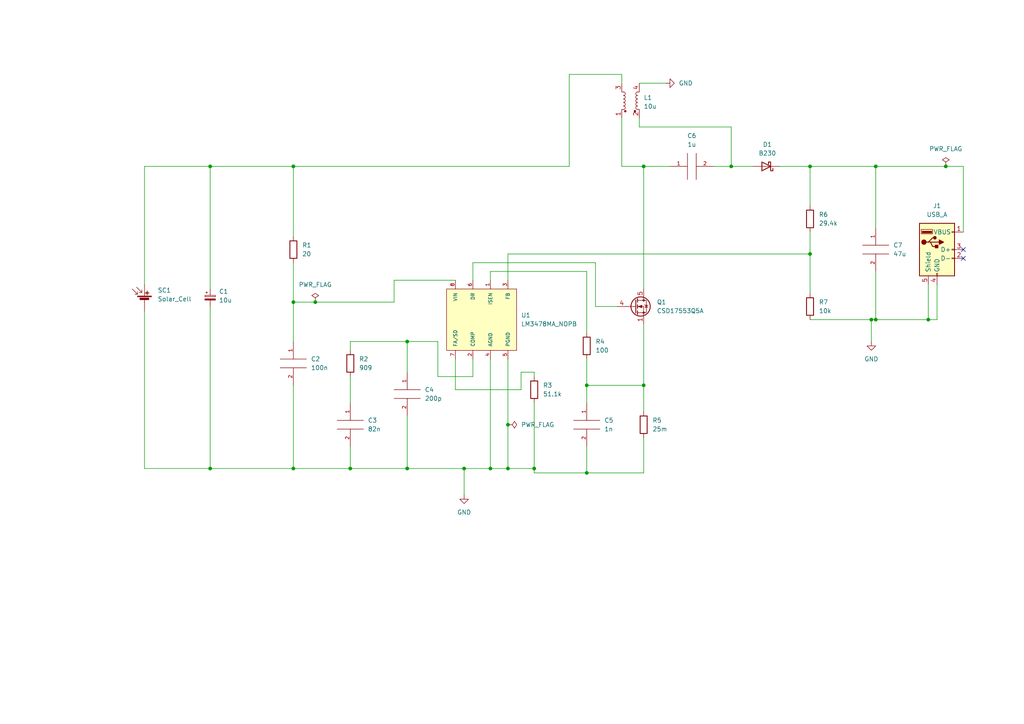
<source format=kicad_sch>
(kicad_sch (version 20211123) (generator eeschema)
  (paper "A4")
  (lib_symbols
    (symbol "Connector:USB_A" (pin_names (offset 1.016))
      (property "Reference" "J" (at -5.08 11.43 0))
      (property "Value" "USB_A" (at -5.08 8.89 0))
      (symbol "USB_A_0_1"
        (rectangle (start -5.08 -7.62) (end 5.08 7.62) (stroke (width 0.254)) (fill (type background)))
        (circle (center -3.81 2.159) (radius 0.635) (stroke (width 0.254)) (fill (type outline)))
        (rectangle (start -1.524 4.826) (end -4.318 5.334) (fill (type outline)))
        (rectangle (start -1.27 4.572) (end -4.572 5.842))
        (circle (center -0.635 3.429) (radius 0.381) (stroke (width 0.254)) (fill (type outline)))
        (rectangle (start -0.127 -7.62) (end 0.127 -6.858))
        (polyline (pts (xy -3.175 2.159) (xy -2.54 2.159) (xy -1.27 3.429) (xy -0.635 3.429)) (stroke (width 0.254)))
        (polyline (pts (xy -2.54 2.159) (xy -1.905 2.159) (xy -1.27 0.889) (xy 0 0.889)) (stroke (width 0.254)))
        (polyline (pts (xy 0.635 2.794) (xy 0.635 1.524) (xy 1.905 2.159) (xy 0.635 2.794)) (stroke (width 0.254)) (fill (type outline)))
        (rectangle (start 0.254 1.27) (end -0.508 0.508) (stroke (width 0.254)) (fill (type outline)))
        (rectangle (start 5.08 -2.667) (end 4.318 -2.413))
        (rectangle (start 5.08 -0.127) (end 4.318 0.127))
        (rectangle (start 5.08 4.953) (end 4.318 5.207))
      )
      (symbol "USB_A_1_1"
        (polyline (pts (xy -1.905 2.159) (xy 0.635 2.159)) (stroke (width 0.254)))
        (pin power_in line (at 7.62 5.08 180) (length 2.54) (name "VBUS") (number "1"))
        (pin bidirectional line (at 7.62 -2.54 180) (length 2.54) (name "D-") (number "2"))
        (pin bidirectional line (at 7.62 0 180) (length 2.54) (name "D+") (number "3"))
        (pin power_in line (at 0 -10.16 90) (length 2.54) (name "GND") (number "4"))
        (pin passive line (at -2.54 -10.16 90) (length 2.54) (name "Shield") (number "5"))
      )
    )
    (symbol "Device:C_Polarized_Small" (pin_numbers hide) (pin_names (offset 0.254) hide)
      (property "Reference" "C" (at 0.254 1.778 0))
      (property "Value" "C_Polarized_Small" (at 0.254 -2.032 0))
      (symbol "C_Polarized_Small_0_1"
        (rectangle (start -1.524 -0.3048) (end 1.524 -0.6858) (fill (type outline)))
        (rectangle (start -1.524 0.6858) (end 1.524 0.3048))
        (polyline (pts (xy -1.27 1.524) (xy -0.762 1.524)))
        (polyline (pts (xy -1.016 1.27) (xy -1.016 1.778)))
      )
      (symbol "C_Polarized_Small_1_1"
        (pin passive line (at 0 2.54 270) (length 1.8542) (name "~") (number "1"))
        (pin passive line (at 0 -2.54 90) (length 1.8542) (name "~") (number "2"))
      )
    )
    (symbol "Device:L_Coupled_1324" (pin_names (offset 0.254) hide)
      (property "Reference" "L" (at 0 4.445 0))
      (property "Value" "L_Coupled_1324" (at 0 -4.445 0))
      (symbol "L_Coupled_1324_0_1"
        (circle (center -3.048 -1.27) (radius 0.254) (fill (type outline)))
        (circle (center -3.048 1.524) (radius 0.254) (fill (type outline)))
        (arc (start -2.54 2.032) (mid -2.032 1.524) (end -1.524 2.032))
        (arc (start -1.524 -2.032) (mid -2.032 -1.524) (end -2.54 -2.032))
        (arc (start -1.524 2.032) (mid -1.016 1.524) (end -0.508 2.032))
        (arc (start -0.508 -2.032) (mid -1.016 -1.524) (end -1.524 -2.032))
        (arc (start -0.508 2.032) (mid 0 1.524) (end 0.508 2.032))
        (polyline (pts (xy -2.54 -2.032) (xy -2.54 -2.54)))
        (polyline (pts (xy -2.54 2.032) (xy -2.54 2.54)))
        (polyline (pts (xy 2.54 -2.032) (xy 2.54 -2.54)))
        (polyline (pts (xy 2.54 2.54) (xy 2.54 2.032)))
        (arc (start 0.508 -2.032) (mid 0 -1.524) (end -0.508 -2.032))
        (arc (start 0.508 2.032) (mid 1.016 1.524) (end 1.524 2.032))
        (arc (start 1.524 -2.032) (mid 1.016 -1.524) (end 0.508 -2.032))
        (arc (start 1.524 2.032) (mid 2.032 1.524) (end 2.54 2.032))
        (arc (start 2.54 -2.032) (mid 2.032 -1.524) (end 1.524 -2.032))
      )
      (symbol "L_Coupled_1324_1_1"
        (pin passive line (at -5.08 2.54 0) (length 2.54) (name "1") (number "1"))
        (pin passive line (at -5.08 -2.54 0) (length 2.54) (name "2") (number "2"))
        (pin passive line (at 5.08 2.54 180) (length 2.54) (name "3") (number "3"))
        (pin passive line (at 5.08 -2.54 180) (length 2.54) (name "4") (number "4"))
      )
    )
    (symbol "Device:R" (pin_numbers hide) (pin_names (offset 0))
      (property "Reference" "R" (at 2.032 0 90))
      (property "Value" "R" (at 0 0 90))
      (symbol "R_0_1"
        (rectangle (start -1.016 -2.54) (end 1.016 2.54) (stroke (width 0.254)))
      )
      (symbol "R_1_1"
        (pin passive line (at 0 3.81 270) (length 1.27) (name "~") (number "1"))
        (pin passive line (at 0 -3.81 90) (length 1.27) (name "~") (number "2"))
      )
    )
    (symbol "Device:Solar_Cell" (pin_numbers hide) (pin_names (offset 0) hide)
      (property "Reference" "SC" (at 2.54 2.54 0))
      (property "Value" "Solar_Cell" (at 2.54 0 0))
      (symbol "Solar_Cell_0_1"
        (rectangle (start -2.032 1.778) (end 2.032 1.524) (fill (type outline)))
        (rectangle (start -1.3208 1.1938) (end 1.27 0.6858) (fill (type outline)))
        (polyline (pts (xy -2.032 2.286) (xy -3.556 3.81)))
        (polyline (pts (xy -0.762 2.794) (xy -2.286 4.318)))
        (polyline (pts (xy 0 0.762) (xy 0 0)))
        (polyline (pts (xy 0 1.778) (xy 0 2.54)))
        (polyline (pts (xy 0.254 2.667) (xy 1.27 2.667)) (stroke (width 0.254)))
        (polyline (pts (xy 0.762 3.175) (xy 0.762 2.159)) (stroke (width 0.254)))
        (polyline (pts (xy -2.032 3.048) (xy -2.032 2.286) (xy -2.794 2.286)))
        (polyline (pts (xy -0.762 3.556) (xy -0.762 2.794) (xy -1.524 2.794)))
      )
      (symbol "Solar_Cell_1_1"
        (pin passive line (at 0 5.08 270) (length 2.54) (name "+") (number "1"))
        (pin passive line (at 0 -2.54 90) (length 2.54) (name "-") (number "2"))
      )
    )
    (symbol "Diode:B230" (pin_numbers hide) (pin_names (offset 1.016) hide)
      (property "Reference" "D" (at 0 2.54 0))
      (property "Value" "B230" (at 0 -2.54 0))
      (symbol "B230_0_1"
        (polyline (pts (xy 1.27 0) (xy -1.27 0)))
        (polyline (pts (xy 1.27 1.27) (xy 1.27 -1.27) (xy -1.27 0) (xy 1.27 1.27)) (stroke (width 0.254)))
        (polyline (pts (xy -1.905 0.635) (xy -1.905 1.27) (xy -1.27 1.27) (xy -1.27 -1.27) (xy -0.635 -1.27) (xy -0.635 -0.635)) (stroke (width 0.254)))
      )
      (symbol "B230_1_1"
        (pin passive line (at -3.81 0 0) (length 2.54) (name "K") (number "1"))
        (pin passive line (at 3.81 0 180) (length 2.54) (name "A") (number "2"))
      )
    )
    (symbol "Transistor_FET:CSD17553Q5A" (pin_names hide)
      (property "Reference" "Q" (at 5.08 1.905 0))
      (property "Value" "CSD17553Q5A" (at 5.08 0 0))
      (symbol "CSD17553Q5A_0_1"
        (polyline (pts (xy 0.254 0) (xy -2.54 0)))
        (polyline (pts (xy 0.254 1.905) (xy 0.254 -1.905)) (stroke (width 0.254)))
        (polyline (pts (xy 0.762 -1.27) (xy 0.762 -2.286)) (stroke (width 0.254)))
        (polyline (pts (xy 0.762 0.508) (xy 0.762 -0.508)) (stroke (width 0.254)))
        (polyline (pts (xy 0.762 2.286) (xy 0.762 1.27)) (stroke (width 0.254)))
        (polyline (pts (xy 2.54 2.54) (xy 2.54 1.778)))
        (polyline (pts (xy 2.54 -2.54) (xy 2.54 0) (xy 0.762 0)))
        (polyline (pts (xy 0.762 -1.778) (xy 3.302 -1.778) (xy 3.302 1.778) (xy 0.762 1.778)))
        (polyline (pts (xy 1.016 0) (xy 2.032 0.381) (xy 2.032 -0.381) (xy 1.016 0)) (fill (type outline)))
        (polyline (pts (xy 2.794 0.508) (xy 2.921 0.381) (xy 3.683 0.381) (xy 3.81 0.254)))
        (polyline (pts (xy 3.302 0.381) (xy 2.921 -0.254) (xy 3.683 -0.254) (xy 3.302 0.381)))
        (circle (center 1.651 0) (radius 2.794) (stroke (width 0.254)))
        (circle (center 2.54 -1.778) (radius 0.254) (fill (type outline)))
        (circle (center 2.54 1.778) (radius 0.254) (fill (type outline)))
      )
      (symbol "CSD17553Q5A_1_1"
        (pin passive line (at 2.54 -5.08 90) (length 2.54) (name "S") (number "1"))
        (pin passive line (at 2.54 -5.08 90) (length 2.54) hide (name "S") (number "2"))
        (pin passive line (at 2.54 -5.08 90) (length 2.54) hide (name "S") (number "3"))
        (pin passive line (at -5.08 0 0) (length 2.54) (name "G") (number "4"))
        (pin passive line (at 2.54 5.08 270) (length 2.54) (name "D") (number "5"))
      )
    )
    (symbol "eec:LM3478MA_NOPB" (pin_names (offset 1.016))
      (property "Reference" "U" (at 0 5.08 0))
      (property "Value" "LM3478MA_NOPB" (at 0 7.62 0))
      (symbol "LM3478MA_NOPB_1_1"
        (rectangle (start 5.08 2.54) (end 22.86 -17.78) (fill (type background)))
        (pin input line (at 25.4 -10.16 180) (length 2.54) (name "ISEN") (number "1"))
        (pin passive line (at 2.54 -5.08 0) (length 2.54) (name "COMP") (number "2"))
        (pin input line (at 25.4 -15.24 180) (length 2.54) (name "FB") (number "3"))
        (pin power_in line (at 2.54 -10.16 0) (length 2.54) (name "AGND") (number "4"))
        (pin power_in line (at 2.54 -15.24 0) (length 2.54) (name "PGND") (number "5"))
        (pin output line (at 25.4 -5.08 180) (length 2.54) (name "DR") (number "6"))
        (pin input line (at 2.54 0 0) (length 2.54) (name "FA/SD") (number "7"))
        (pin power_in line (at 25.4 0 180) (length 2.54) (name "VIN") (number "8"))
      )
    )
    (symbol "power:GND" (power) (pin_names (offset 0))
      (property "Value" "GND" (at 0 -3.81 0))
      (symbol "GND_0_1"
        (polyline (pts (xy 0 0) (xy 0 -1.27) (xy 1.27 -1.27) (xy 0 -2.54) (xy -1.27 -1.27) (xy 0 -1.27)))
      )
      (symbol "GND_1_1"
        (pin power_in line (at 0 0 270) (length 0) hide (name "GND") (number "1"))
      )
    )
    (symbol "power:PWR_FLAG" (power) (pin_numbers hide) (pin_names (offset 0) hide)
      (property "Value" "PWR_FLAG" (at 0 3.81 0))
      (symbol "PWR_FLAG_0_0"
        (pin power_out line (at 0 0 90) (length 0) (name "pwr") (number "1"))
      )
      (symbol "PWR_FLAG_0_1"
        (polyline (pts (xy 0 0) (xy 0 1.27) (xy -1.016 1.905) (xy 0 2.54) (xy 1.016 1.905) (xy 0 1.27)))
      )
    )
    (symbol "pspice:C" (pin_names (offset 0.254))
      (property "Reference" "C" (at 2.54 3.81 90))
      (property "Value" "C" (at 2.54 -3.81 90))
      (symbol "C_0_1"
        (polyline (pts (xy -3.81 -1.27) (xy 3.81 -1.27)))
        (polyline (pts (xy -3.81 1.27) (xy 3.81 1.27)))
      )
      (symbol "C_1_1"
        (pin passive line (at 0 6.35 270) (length 5.08) (name "~") (number "1"))
        (pin passive line (at 0 -6.35 90) (length 5.08) (name "~") (number "2"))
      )
    )
  )
  (junction (at 269.24 92.71))
  (junction (at 170.18 137.16))
  (junction (at 154.94 135.89))
  (junction (at 212.09 48.26))
  (junction (at 118.11 135.89))
  (junction (at 186.69 111.76))
  (junction (at 85.09 135.89))
  (junction (at 91.44 87.63))
  (junction (at 234.95 73.66))
  (junction (at 254 92.71))
  (junction (at 142.24 135.89))
  (junction (at 101.6 135.89))
  (junction (at 147.32 123.19))
  (junction (at 134.62 135.89))
  (junction (at 85.09 48.26))
  (junction (at 147.32 135.89))
  (junction (at 254 48.26))
  (junction (at 118.11 99.06))
  (junction (at 252.73 92.71))
  (junction (at 274.32 48.26))
  (junction (at 170.18 111.76))
  (junction (at 85.09 87.63))
  (junction (at 234.95 48.26))
  (junction (at 60.96 135.89))
  (junction (at 186.69 48.26))
  (junction (at 60.96 48.26))
  (no_connect (at 279.4 72.39))
  (no_connect (at 279.4 74.93))
  (wire (pts (xy 85.09 48.26) (xy 165.1 48.26)))
  (wire (pts (xy 118.11 99.06) (xy 127 99.06)))
  (wire (pts (xy 137.16 81.28) (xy 137.16 76.2)))
  (wire (pts (xy 234.95 67.31) (xy 234.95 73.66)))
  (wire (pts (xy 60.96 135.89) (xy 85.09 135.89)))
  (wire (pts (xy 172.72 76.2) (xy 172.72 88.9)))
  (wire (pts (xy 147.32 135.89) (xy 154.94 135.89)))
  (wire (pts (xy 147.32 81.28) (xy 147.32 73.66)))
  (wire (pts (xy 41.91 48.26) (xy 60.96 48.26)))
  (wire (pts (xy 91.44 87.63) (xy 85.09 87.63)))
  (wire (pts (xy 207.01 48.26) (xy 212.09 48.26)))
  (wire (pts (xy 118.11 107.95) (xy 118.11 99.06)))
  (wire (pts (xy 85.09 135.89) (xy 101.6 135.89)))
  (wire (pts (xy 226.06 48.26) (xy 234.95 48.26)))
  (wire (pts (xy 85.09 111.76) (xy 85.09 135.89)))
  (wire (pts (xy 271.78 82.55) (xy 271.78 92.71)))
  (wire (pts (xy 134.62 135.89) (xy 134.62 143.51)))
  (wire (pts (xy 185.42 34.29) (xy 185.42 36.83)))
  (wire (pts (xy 154.94 137.16) (xy 170.18 137.16)))
  (wire (pts (xy 234.95 92.71) (xy 252.73 92.71)))
  (wire (pts (xy 165.1 21.59) (xy 180.34 21.59)))
  (wire (pts (xy 254 48.26) (xy 274.32 48.26)))
  (wire (pts (xy 170.18 78.74) (xy 170.18 96.52)))
  (wire (pts (xy 170.18 111.76) (xy 186.69 111.76)))
  (wire (pts (xy 234.95 73.66) (xy 234.95 85.09)))
  (wire (pts (xy 186.69 111.76) (xy 186.69 119.38)))
  (wire (pts (xy 254 78.74) (xy 254 92.71)))
  (wire (pts (xy 132.08 113.03) (xy 151.13 113.03)))
  (wire (pts (xy 170.18 104.14) (xy 170.18 111.76)))
  (wire (pts (xy 137.16 76.2) (xy 172.72 76.2)))
  (wire (pts (xy 142.24 104.14) (xy 142.24 135.89)))
  (wire (pts (xy 132.08 81.28) (xy 114.3 81.28)))
  (wire (pts (xy 60.96 48.26) (xy 85.09 48.26)))
  (wire (pts (xy 234.95 48.26) (xy 254 48.26)))
  (wire (pts (xy 151.13 113.03) (xy 151.13 107.95)))
  (wire (pts (xy 137.16 109.22) (xy 127 109.22)))
  (wire (pts (xy 212.09 48.26) (xy 218.44 48.26)))
  (wire (pts (xy 154.94 135.89) (xy 154.94 137.16)))
  (wire (pts (xy 114.3 87.63) (xy 91.44 87.63)))
  (wire (pts (xy 186.69 137.16) (xy 186.69 127)))
  (wire (pts (xy 269.24 92.71) (xy 271.78 92.71)))
  (wire (pts (xy 180.34 48.26) (xy 186.69 48.26)))
  (wire (pts (xy 279.4 48.26) (xy 279.4 67.31)))
  (wire (pts (xy 85.09 87.63) (xy 85.09 99.06)))
  (wire (pts (xy 41.91 135.89) (xy 60.96 135.89)))
  (wire (pts (xy 154.94 107.95) (xy 154.94 109.22)))
  (wire (pts (xy 172.72 88.9) (xy 179.07 88.9)))
  (wire (pts (xy 101.6 135.89) (xy 101.6 129.54)))
  (wire (pts (xy 170.18 129.54) (xy 170.18 137.16)))
  (wire (pts (xy 147.32 123.19) (xy 147.32 135.89)))
  (wire (pts (xy 142.24 135.89) (xy 147.32 135.89)))
  (wire (pts (xy 180.34 21.59) (xy 180.34 24.13)))
  (wire (pts (xy 137.16 104.14) (xy 137.16 109.22)))
  (wire (pts (xy 142.24 78.74) (xy 170.18 78.74)))
  (wire (pts (xy 186.69 93.98) (xy 186.69 111.76)))
  (wire (pts (xy 134.62 135.89) (xy 142.24 135.89)))
  (wire (pts (xy 127 109.22) (xy 127 99.06)))
  (wire (pts (xy 269.24 82.55) (xy 269.24 92.71)))
  (wire (pts (xy 252.73 92.71) (xy 254 92.71)))
  (wire (pts (xy 254 92.71) (xy 269.24 92.71)))
  (wire (pts (xy 212.09 36.83) (xy 212.09 48.26)))
  (wire (pts (xy 252.73 92.71) (xy 252.73 99.06)))
  (wire (pts (xy 60.96 83.82) (xy 60.96 48.26)))
  (wire (pts (xy 142.24 81.28) (xy 142.24 78.74)))
  (wire (pts (xy 254 48.26) (xy 254 66.04)))
  (wire (pts (xy 118.11 135.89) (xy 134.62 135.89)))
  (wire (pts (xy 165.1 48.26) (xy 165.1 21.59)))
  (wire (pts (xy 186.69 48.26) (xy 194.31 48.26)))
  (wire (pts (xy 154.94 116.84) (xy 154.94 135.89)))
  (wire (pts (xy 170.18 137.16) (xy 186.69 137.16)))
  (wire (pts (xy 147.32 73.66) (xy 234.95 73.66)))
  (wire (pts (xy 170.18 111.76) (xy 170.18 116.84)))
  (wire (pts (xy 101.6 109.22) (xy 101.6 116.84)))
  (wire (pts (xy 101.6 135.89) (xy 118.11 135.89)))
  (wire (pts (xy 114.3 81.28) (xy 114.3 87.63)))
  (wire (pts (xy 101.6 99.06) (xy 101.6 101.6)))
  (wire (pts (xy 41.91 82.55) (xy 41.91 48.26)))
  (wire (pts (xy 60.96 88.9) (xy 60.96 135.89)))
  (wire (pts (xy 185.42 36.83) (xy 212.09 36.83)))
  (wire (pts (xy 151.13 107.95) (xy 154.94 107.95)))
  (wire (pts (xy 41.91 90.17) (xy 41.91 135.89)))
  (wire (pts (xy 85.09 68.58) (xy 85.09 48.26)))
  (wire (pts (xy 274.32 48.26) (xy 279.4 48.26)))
  (wire (pts (xy 118.11 135.89) (xy 118.11 120.65)))
  (wire (pts (xy 118.11 99.06) (xy 101.6 99.06)))
  (wire (pts (xy 132.08 104.14) (xy 132.08 113.03)))
  (wire (pts (xy 85.09 76.2) (xy 85.09 87.63)))
  (wire (pts (xy 234.95 48.26) (xy 234.95 59.69)))
  (wire (pts (xy 180.34 34.29) (xy 180.34 48.26)))
  (wire (pts (xy 185.42 24.13) (xy 193.04 24.13)))
  (wire (pts (xy 186.69 83.82) (xy 186.69 48.26)))
  (wire (pts (xy 147.32 104.14) (xy 147.32 123.19)))
  (symbol (lib_id "Device:R") (at 186.69 123.19 0) (unit 1)
    (property "Reference" "R5" (at 189.23 121.9199 0) (effects (justify left)))
    (property "Value" "25m" (at 189.23 124.4599 0) (effects (justify left)))
    (property "Footprint" "Resistor_SMD:R_2816_7142Metric_Pad3.20x4.45mm_HandSolder" (effects hide))
    (property "Datasheet" "https://www.seielect.com/catalog/sei-csr_csrn.pdf" (effects hide))
  )
  (symbol (lib_id "power:PWR_FLAG") (at 274.32 48.26 0) (unit 1)
    (property "Reference" "#FLG0103" (effects hide))
    (property "Value" "PWR_FLAG" (at 274.32 43.18 0))
  )
  (symbol (lib_id "power:GND") (at 252.73 99.06 0) (unit 1)
    (property "Reference" "#PWR0103" (effects hide))
    (property "Value" "GND" (at 252.73 104.14 0))
  )
  (symbol (lib_id "pspice:C") (at 118.11 114.3 0) (unit 1)
    (property "Reference" "C4" (at 123.19 113.0299 0) (effects (justify left)))
    (property "Value" "200p" (at 123.19 115.5699 0) (effects (justify left)))
    (property "Footprint" "Capacitor_SMD:C_1812_4532Metric_Pad1.57x3.40mm_HandSolder" (effects hide))
    (property "Datasheet" "https://www.digikey.com/en/products/detail/yageo/CC0603KRX7R9BB201/5883801" (effects hide))
  )
  (symbol (lib_id "Device:R") (at 101.6 105.41 0) (unit 1)
    (property "Reference" "R2" (at 104.14 104.1399 0) (effects (justify left)))
    (property "Value" "909" (at 104.14 106.6799 0) (effects (justify left)))
    (property "Footprint" "Resistor_SMD:R_2816_7142Metric_Pad3.20x4.45mm_HandSolder" (effects hide))
    (property "Datasheet" "https://www.digikey.com/en/products/detail/stackpole-electronics-inc/RMCF1206FT909R/1754221" (effects hide))
  )
  (symbol (lib_id "power:GND") (at 193.04 24.13 90) (unit 1)
    (property "Reference" "#PWR0101" (effects hide))
    (property "Value" "GND" (at 196.85 24.1299 90) (effects (justify right)))
  )
  (symbol (lib_id "pspice:C") (at 170.18 123.19 0) (unit 1)
    (property "Reference" "C5" (at 175.26 121.9199 0) (effects (justify left)))
    (property "Value" "1n" (at 175.26 124.4599 0) (effects (justify left)))
    (property "Footprint" "Capacitor_SMD:C_0603_1608Metric_Pad1.08x0.95mm_HandSolder" (effects hide))
    (property "Datasheet" "https://search.murata.co.jp/Ceramy/image/img/A01X/G101/ENG/GRM1555C1H102JA01-01.pdf" (effects hide))
  )
  (symbol (lib_id "pspice:C") (at 200.66 48.26 90) (unit 1)
    (property "Reference" "C6" (at 200.66 39.37 90))
    (property "Value" "1u" (at 200.66 41.91 90))
    (property "Footprint" "Capacitor_SMD:C_2220_5650Metric_Pad1.97x5.40mm_HandSolder" (effects hide))
    (property "Datasheet" "https://search.murata.co.jp/Ceramy/image/img/A01X/G101/ENG/GRM21BR71C105KA01-01.pdf" (effects hide))
  )
  (symbol (lib_id "Device:R") (at 170.18 100.33 0) (unit 1)
    (property "Reference" "R4" (at 172.72 99.0599 0) (effects (justify left)))
    (property "Value" "100" (at 172.72 101.5999 0) (effects (justify left)))
    (property "Footprint" "Resistor_SMD:R_0603_1608Metric_Pad0.98x0.95mm_HandSolder" (effects hide))
    (property "Datasheet" "https://www.vishay.com/docs/20035/dcrcwe3.pdf" (effects hide))
  )
  (symbol (lib_id "Device:R") (at 154.94 113.03 0) (unit 1)
    (property "Reference" "R3" (at 157.48 111.7599 0) (effects (justify left)))
    (property "Value" "51.1k" (at 157.48 114.2999 0) (effects (justify left)))
    (property "Footprint" "Resistor_SMD:R_0603_1608Metric_Pad0.98x0.95mm_HandSolder" (effects hide))
    (property "Datasheet" "https://www.vishay.com/docs/20035/dcrcwe3.pdf" (effects hide))
  )
  (symbol (lib_id "pspice:C") (at 85.09 105.41 0) (unit 1)
    (property "Reference" "C2" (at 90.17 104.1399 0) (effects (justify left)))
    (property "Value" "100n" (at 90.17 106.6799 0) (effects (justify left)))
    (property "Footprint" "Capacitor_SMD:C_0603_1608Metric_Pad1.08x0.95mm_HandSolder" (effects hide))
    (property "Datasheet" "https://search.murata.co.jp/Ceramy/image/img/A01X/G101/ENG/GRM155R71C104KA88-01.pdf" (effects hide))
  )
  (symbol (lib_id "pspice:C") (at 101.6 123.19 0) (unit 1)
    (property "Reference" "C3" (at 106.68 121.9199 0) (effects (justify left)))
    (property "Value" "82n" (at 106.68 124.4599 0) (effects (justify left)))
    (property "Footprint" "Capacitor_SMD:C_0603_1608Metric_Pad1.08x0.95mm_HandSolder" (effects hide))
    (property "Datasheet" "https://www.digikey.com/en/products/detail/walsin-technology-corporation/0402B823K160CT/9354730" (effects hide))
  )
  (symbol (lib_id "Device:R") (at 234.95 63.5 0) (unit 1)
    (property "Reference" "R6" (at 237.49 62.2299 0) (effects (justify left)))
    (property "Value" "29.4k" (at 237.49 64.7699 0) (effects (justify left)))
    (property "Footprint" "Resistor_SMD:R_0603_1608Metric_Pad0.98x0.95mm_HandSolder" (effects hide))
    (property "Datasheet" "https://www.vishay.com/docs/20035/dcrcwe3.pdf" (effects hide))
  )
  (symbol (lib_id "Device:C_Polarized_Small") (at 60.96 86.36 0) (unit 1)
    (property "Reference" "C1" (at 63.5 84.5438 0) (effects (justify left)))
    (property "Value" "10u" (at 63.5 87.0838 0) (effects (justify left)))
    (property "Footprint" "Capacitor_SMD:CP_Elec_3x5.3" (effects hide))
    (property "Datasheet" "https://datasheets.kyocera-avx.com/TPS.pdf" (effects hide))
  )
  (symbol (lib_id "Device:R") (at 234.95 88.9 0) (unit 1)
    (property "Reference" "R7" (at 237.49 87.6299 0) (effects (justify left)))
    (property "Value" "10k" (at 237.49 90.1699 0) (effects (justify left)))
    (property "Footprint" "Resistor_SMD:R_0805_2012Metric" (effects hide))
    (property "Datasheet" "https://www.seielect.com/catalog/sei-rncp.pdf" (effects hide))
  )
  (symbol (lib_id "power:PWR_FLAG") (at 147.32 123.19 270) (unit 1)
    (property "Reference" "#FLG0102" (effects hide))
    (property "Value" "PWR_FLAG" (at 151.13 123.1899 90) (effects (justify left)))
  )
  (symbol (lib_id "Connector:USB_A") (at 271.78 72.39 0) (unit 1)
    (property "Reference" "J1" (at 271.78 59.69 0))
    (property "Value" "USB_A" (at 271.78 62.23 0))
    (property "Footprint" "Connector_USB:USB_A_Molex_67643_Horizontal" (effects hide))
    (property "Datasheet" "https://www.molex.com/pdm_docs/sd/676430910_sd.pdf" (effects hide))
  )
  (symbol (lib_id "power:PWR_FLAG") (at 91.44 87.63 0) (unit 1)
    (property "Reference" "#FLG0101" (effects hide))
    (property "Value" "PWR_FLAG" (at 91.44 82.55 0))
  )
  (symbol (lib_id "Transistor_FET:CSD17553Q5A") (at 184.15 88.9 0) (unit 1)
    (property "Reference" "Q1" (at 190.5 87.6299 0) (effects (justify left)))
    (property "Value" "CSD17553Q5A" (at 190.5 90.1699 0) (effects (justify left)))
    (property "Footprint" "Package_TO_SOT_SMD:TDSON-8-1" (effects hide))
    (property "Datasheet" "http://www.ti.com/lit/gpn/csd17553q5a" (effects hide))
  )
  (symbol (lib_id "power:GND") (at 134.62 143.51 0) (unit 1)
    (property "Reference" "#PWR0102" (effects hide))
    (property "Value" "GND" (at 134.62 148.59 0))
  )
  (symbol (lib_id "eec:LM3478MA_NOPB") (at 132.08 106.68 90) (unit 1)
    (property "Reference" "U1" (at 151.13 91.4399 90) (effects (justify right)))
    (property "Value" "LM3478MA_NOPB" (at 151.13 93.9799 90) (effects (justify right)))
    (property "Footprint" "Package_SO:SOIC-8_3.9x4.9mm_P1.27mm" (effects hide))
    (property "Datasheet" "https://www.ti.com/lit/ds/symlink/lm3478.pdf?HQS=dis-dk-null-digikeymode-dsf-pf-null-wwe&ts=1650897283499&ref_url=https%253A%252F%252Fwww.ti.com%252Fgeneral%252Fdocs%252Fsuppproductinfo.tsp%253FdistId%253D10%2526gotoUrl%253Dhttps%253A%252F%252Fwww.ti.com%252Flit%252Fgpn%252Flm3478" (effects hide))
    (property "Code  IPC" "SOIC127P600-8" (effects hide))
    (property "Code  JEDEC" "MS-012-AA" (effects hide))
    (property "Comp Type" "MiscPower" (effects hide))
    (property "Component Link 1 Description" "Datasheet URL" (effects hide))
    (property "Component Link 1 URL" "http://www.ti.com/general/docs/lit/getliterature.tsp?genericPartNumber=LM3478&fileType=pdf" (effects hide))
    (property "High  Reliability" "Y" (effects hide))
    (property "Package Description" "SOIC Narrow, 4.9 x 3.9 x 1.45mm, 8 Lead, 1.27mm Pitch" (effects hide))
    (property "Package Top Marking" "NSZXTT*L3478*MA" (effects hide))
    (property "Pin Count" "8" (effects hide))
    (property "Power Wise" "N" (effects hide))
    (property "category" "IC" (effects hide))
    (property "ciiva ids" "1476363" (effects hide))
    (property "library id" "5b2af8facd9a6c1e" (effects hide))
    (property "manufacturer" "Texas Instruments" (effects hide))
    (property "package" "D0008A" (effects hide))
    (property "release date" "1464093499" (effects hide))
    (property "rohs" "Yes" (effects hide))
    (property "vault revision" "9832135E-4D35-4858-BAD6-38396113CEAB" (effects hide))
    (property "imported" "yes" (effects hide))
  )
  (symbol (lib_id "Device:R") (at 85.09 72.39 0) (unit 1)
    (property "Reference" "R1" (at 87.63 71.1199 0) (effects (justify left)))
    (property "Value" "20" (at 87.63 73.6599 0) (effects (justify left)))
    (property "Footprint" "Resistor_SMD:R_0603_1608Metric_Pad0.98x0.95mm_HandSolder" (effects hide))
    (property "Datasheet" "https://www.vishay.com/docs/20035/dcrcwe3.pdf" (effects hide))
  )
  (symbol (lib_id "Device:L_Coupled_1324") (at 182.88 29.21 90) (unit 1)
    (property "Reference" "L1" (at 186.69 28.3209 90) (effects (justify right)))
    (property "Value" "10u" (at 186.69 30.8609 90) (effects (justify right)))
    (property "Footprint" "SolarChargelibrary:DRQ" (effects hide))
    (property "Datasheet" "https://www.eaton.com/content/dam/eaton/products/electronic-components/resources/data-sheet/eaton-drq-shielded-drum-core-power-inductors-data-sheet.pdf" (effects hide))
  )
  (symbol (lib_id "Diode:B230") (at 222.25 48.26 180) (unit 1)
    (property "Reference" "D1" (at 222.5675 41.91 0))
    (property "Value" "B230" (at 222.5675 44.45 0))
    (property "Footprint" "Diode_SMD:D_SMB" (effects hide))
    (property "Datasheet" "https://www.diodes.com/assets/Datasheets/B220_A-B260_A.pdf" (effects hide))
  )
  (symbol (lib_id "pspice:C") (at 254 72.39 0) (unit 1)
    (property "Reference" "C7" (at 259.08 71.1199 0) (effects (justify left)))
    (property "Value" "47u" (at 259.08 73.6599 0) (effects (justify left)))
    (property "Footprint" "Capacitor_SMD:CP_Elec_3x5.3" (effects hide))
    (property "Datasheet" "https://search.murata.co.jp/Ceramy/image/img/A01X/G101/ENG/GRM31CR61A476KE15-01.pdf" (effects hide))
  )
  (symbol (lib_id "Device:Solar_Cell") (at 41.91 87.63 0) (unit 1)
    (property "Reference" "SC1" (at 45.72 84.2009 0) (effects (justify left)))
    (property "Value" "Solar_Cell" (at 45.72 86.7409 0) (effects (justify left)))
    (property "Footprint" "SolarChargelibrary:SIP-2" (effects hide))
  )
)
</source>
